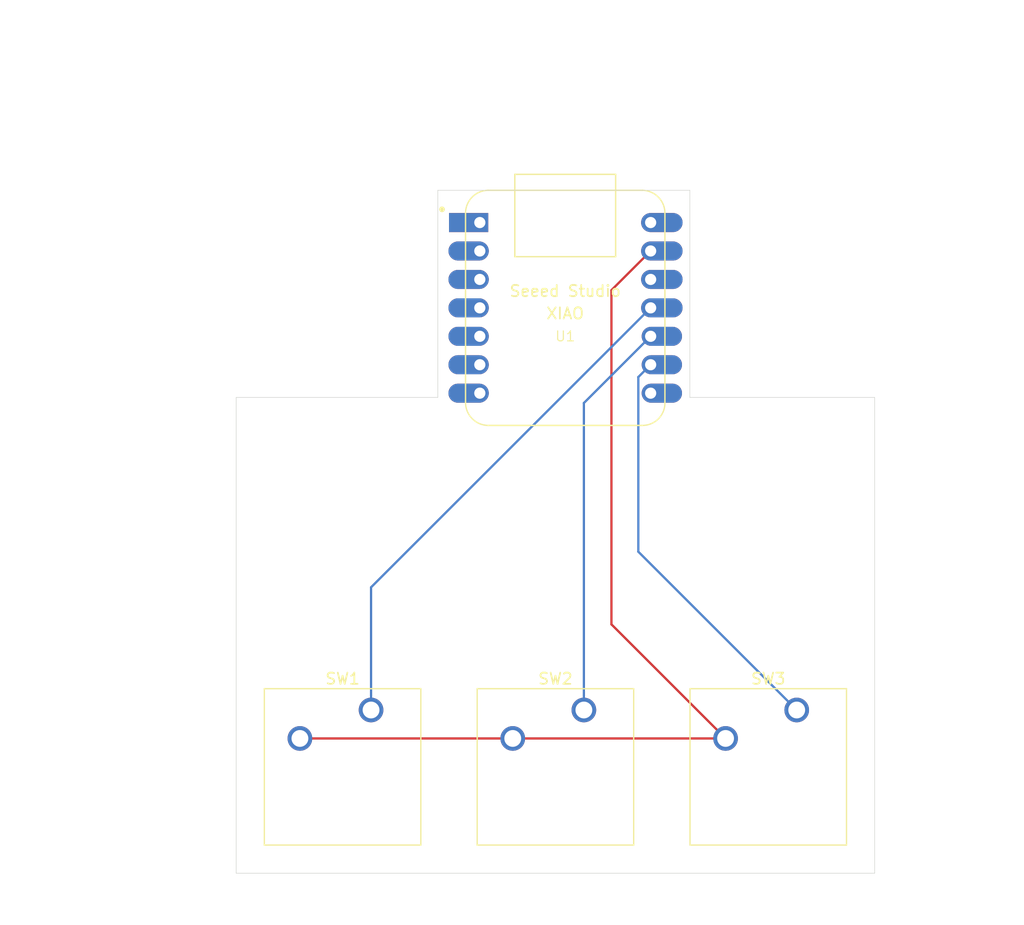
<source format=kicad_pcb>
(kicad_pcb (version 20240108) (generator "pcbnew") (generator_version "8.0")
  (layers (0 "F.Cu" signal) (31 "B.Cu" signal) (34 "B.Paste" user) (35 "F.Paste" user) (36 "B.SilkS" user "B.Silkscreen") (37 "F.SilkS" user "F.Silkscreen") (38 "B.Mask" user) (39 "F.Mask" user) (44 "Edge.Cuts" user))
  (net 0 "")
  (net 1 "Net-(U1-PA6_A10_D10_MOSI)")
  (net 2 "Net-(U1-PA5_A9_D9_MISO)")
  (net 4 "Net-(U1-PA7_A8_D8_SCK)")
  (net 10 "GND")
  (net 12 "+3.3V")
  (footprint "Button_Switch_Keyboard:SW_Cherry_MX_1.00u_PCB" (layer "F.Cu") (at 123.54 99.42)
    (property "Reference" "SW1" (at -2.54 -2.794 0) (layer "F.SilkS"))
    (property "Value" "SW_Push")
    (fp_line (start -9.525 -1.905) (end 4.445 -1.905) (stroke (width 0.12)) (layer "F.SilkS"))
    (fp_line (start -9.525 12.065) (end -9.525 -1.905) (stroke (width 0.12)) (layer "F.SilkS"))
    (fp_line (start 4.445 -1.905) (end 4.445 12.065) (stroke (width 0.12)) (layer "F.SilkS"))
    (fp_line (start 4.445 12.065) (end -9.525 12.065) (stroke (width 0.12)) (layer "F.SilkS"))
    (pad "" np_thru_hole circle (at -7.62 5.08) (size 1.7 1.7) (drill 1.7) (layers "*.Cu" "*.Mask"))
    (pad "" np_thru_hole circle (at -2.54 5.08) (size 4 4) (drill 4) (layers "*.Cu" "*.Mask"))
    (pad "" np_thru_hole circle (at 2.54 5.08) (size 1.7 1.7) (drill 1.7) (layers "*.Cu" "*.Mask"))
    (pad "1" thru_hole circle (at 0 0) (size 2.2 2.2) (drill 1.5) (layers "*.Cu" "*.Mask") (net 1 "Net-(U1-PA6_A10_D10_MOSI)"))
    (pad "2" thru_hole circle (at -6.35 2.54) (size 2.2 2.2) (drill 1.5) (layers "*.Cu" "*.Mask") (net 10 "GND"))
  )
  (footprint "Button_Switch_Keyboard:SW_Cherry_MX_1.00u_PCB" (layer "F.Cu") (at 161.54 99.42)
    (property "Reference" "SW3" (at -2.54 -2.794 0) (layer "F.SilkS"))
    (property "Value" "SW_Push")
    (fp_line (start -9.525 -1.905) (end 4.445 -1.905) (stroke (width 0.12)) (layer "F.SilkS"))
    (fp_line (start -9.525 12.065) (end -9.525 -1.905) (stroke (width 0.12)) (layer "F.SilkS"))
    (fp_line (start 4.445 -1.905) (end 4.445 12.065) (stroke (width 0.12)) (layer "F.SilkS"))
    (fp_line (start 4.445 12.065) (end -9.525 12.065) (stroke (width 0.12)) (layer "F.SilkS"))
    (pad "" np_thru_hole circle (at -7.62 5.08) (size 1.7 1.7) (drill 1.7) (layers "*.Cu" "*.Mask"))
    (pad "" np_thru_hole circle (at -2.54 5.08) (size 4 4) (drill 4) (layers "*.Cu" "*.Mask"))
    (pad "" np_thru_hole circle (at 2.54 5.08) (size 1.7 1.7) (drill 1.7) (layers "*.Cu" "*.Mask"))
    (pad "1" thru_hole circle (at 0 0) (size 2.2 2.2) (drill 1.5) (layers "*.Cu" "*.Mask") (net 4 "Net-(U1-PA7_A8_D8_SCK)"))
    (pad "2" thru_hole circle (at -6.35 2.54) (size 2.2 2.2) (drill 1.5) (layers "*.Cu" "*.Mask") (net 10 "GND"))
  )
  (footprint "XIAO_PCB:XIAO-Generic-Hybrid-14P-2.54-21X17.8MM" (layer "F.Cu") (at 140.875 63.5)
    (property "Reference" "U1" (at 0 2.54 0) (layer "F.SilkS") (effects (font (size 0.889 0.889) (thickness 0.1016))))
    (property "Value" "MOUDLE-SEEEDUINO-XIAO" (hide yes))
    (fp_line (start -8.9 -8.5) (end -8.9 8.5) (stroke (width 0.127)) (layer "F.SilkS"))
    (fp_line (start -6.9 10.5) (end 6.9 10.5) (stroke (width 0.127)) (layer "F.SilkS"))
    (fp_line (start -4.5 -11.92403) (end 4.5 -11.92403) (stroke (width 0.127)) (layer "F.SilkS"))
    (fp_line (start -4.5 -4.57073) (end -4.5 -11.92403) (stroke (width 0.127)) (layer "F.SilkS"))
    (fp_line (start 4.5 -11.92403) (end 4.5 -4.57073) (stroke (width 0.127)) (layer "F.SilkS"))
    (fp_line (start 4.5 -4.57073) (end -4.5 -4.57073) (stroke (width 0.127)) (layer "F.SilkS"))
    (fp_line (start 6.9 -10.49909) (end -6.9 -10.49909) (stroke (width 0.127)) (layer "F.SilkS"))
    (fp_line (start 8.9 8.5) (end 8.9 -8.5) (stroke (width 0.127)) (layer "F.SilkS"))
    (fp_arc (start -8.9 -8.5) (mid -8.301491 -9.901491) (end -6.9 -10.5) (stroke (width 0.12)) (layer "F.SilkS"))
    (fp_arc (start -6.9 10.5) (mid -8.301423 9.901423) (end -8.9 8.5) (stroke (width 0.12)) (layer "F.SilkS"))
    (fp_arc (start 6.9 -10.5) (mid 8.301494 -9.901494) (end 8.9 -8.5) (stroke (width 0.12)) (layer "F.SilkS"))
    (fp_arc (start 8.9 8.5) (mid 8.314214 9.914214) (end 6.9 10.5) (stroke (width 0.12)) (layer "F.SilkS"))
    (fp_circle (center -11 -8.8) (end -11 -9.054) (fill solid) (layer "F.SilkS"))
    (fp_poly (pts (xy -8.887715 -8.561705) (xy -8.884667 -8.610473) (xy -8.880603 -8.659494)) (stroke (width 0.0254)) (fill none) (layer "F.SilkS"))
    (fp_poly (pts (xy 8.889492 8.521574) (xy 8.887713 8.57085) (xy 8.884665 8.619618) (xy 8.880601 8.668639) (xy 8.875268 8.717407) (xy 8.868664 8.766175) (xy 8.861044 8.81469) (xy 8.852153 8.86295) (xy 8.842248 8.910955)) (stroke (width 0.0254)) (fill none) (layer "F.SilkS"))
    (fp_text user "Seeed Studio" (at 0 -1.5 0) (layer "F.SilkS"))
    (fp_text user "XIAO" (at 0 0.5 0) (layer "F.SilkS"))
    (pad "1" thru_hole rect (at -7.625 -7.62) (size 3.5 1.7) (drill 1 (offset -1 0)) (layers "*.Cu" "*.Mask"))
    (pad "2" thru_hole oval (at -7.625 -5.08) (size 3.6 1.7) (drill 1 (offset -1 0)) (layers "*.Cu" "*.Mask"))
    (pad "3" thru_hole oval (at -7.625 -2.54) (size 3.6 1.7) (drill 1 (offset -1 0)) (layers "*.Cu" "*.Mask"))
    (pad "4" thru_hole oval (at -7.625 0) (size 3.6 1.7) (drill 1 (offset -1 0)) (layers "*.Cu" "*.Mask"))
    (pad "5" thru_hole oval (at -7.625 2.54) (size 3.6 1.7) (drill 1 (offset -1 0)) (layers "*.Cu" "*.Mask"))
    (pad "6" thru_hole oval (at -7.625 5.08 180) (size 3.6 1.7) (drill 1 (offset 1 0)) (layers "*.Cu" "*.Mask"))
    (pad "7" thru_hole oval (at -7.625 7.62) (size 3.6 1.7) (drill 1 (offset -1 0)) (layers "*.Cu" "*.Mask"))
    (pad "8" thru_hole oval (at 7.625 7.62) (size 3.6 1.7) (drill 1 (offset 1 0)) (layers "*.Cu" "*.Mask"))
    (pad "9" thru_hole oval (at 7.625 5.08) (size 3.6 1.7) (drill 1 (offset 1 0)) (layers "*.Cu" "*.Mask") (net 4 "Net-(U1-PA7_A8_D8_SCK)"))
    (pad "10" thru_hole oval (at 7.625 2.54) (size 3.6 1.7) (drill 1 (offset 1 0)) (layers "*.Cu" "*.Mask") (net 2 "Net-(U1-PA5_A9_D9_MISO)"))
    (pad "11" thru_hole oval (at 7.625 0) (size 3.7 1.7) (drill 1 (offset 1 0)) (layers "*.Cu" "*.Mask") (net 1 "Net-(U1-PA6_A10_D10_MOSI)"))
    (pad "12" thru_hole oval (at 7.625 -2.54) (size 3.7 1.7) (drill 1 (offset 1 0)) (layers "*.Cu" "*.Mask") (net 12 "+3.3V"))
    (pad "13" thru_hole oval (at 7.625 -5.08) (size 3.7 1.7) (drill 1 (offset 1 0)) (layers "*.Cu" "*.Mask") (net 10 "GND"))
    (pad "14" thru_hole oval (at 7.625 -7.62) (size 3.7 1.7) (drill 1 (offset 1 0)) (layers "*.Cu" "*.Mask"))
  )
  (footprint "Button_Switch_Keyboard:SW_Cherry_MX_1.00u_PCB" (layer "F.Cu") (at 142.54 99.42)
    (property "Reference" "SW2" (at -2.54 -2.794 0) (layer "F.SilkS"))
    (property "Value" "SW_Push")
    (fp_line (start -9.525 -1.905) (end 4.445 -1.905) (stroke (width 0.12)) (layer "F.SilkS"))
    (fp_line (start -9.525 12.065) (end -9.525 -1.905) (stroke (width 0.12)) (layer "F.SilkS"))
    (fp_line (start 4.445 -1.905) (end 4.445 12.065) (stroke (width 0.12)) (layer "F.SilkS"))
    (fp_line (start 4.445 12.065) (end -9.525 12.065) (stroke (width 0.12)) (layer "F.SilkS"))
    (pad "" np_thru_hole circle (at -7.62 5.08) (size 1.7 1.7) (drill 1.7) (layers "*.Cu" "*.Mask"))
    (pad "" np_thru_hole circle (at -2.54 5.08) (size 4 4) (drill 4) (layers "*.Cu" "*.Mask"))
    (pad "" np_thru_hole circle (at 2.54 5.08) (size 1.7 1.7) (drill 1.7) (layers "*.Cu" "*.Mask"))
    (pad "1" thru_hole circle (at 0 0) (size 2.2 2.2) (drill 1.5) (layers "*.Cu" "*.Mask") (net 2 "Net-(U1-PA5_A9_D9_MISO)"))
    (pad "2" thru_hole circle (at -6.35 2.54) (size 2.2 2.2) (drill 1.5) (layers "*.Cu" "*.Mask") (net 10 "GND"))
  )
  (gr_line (start 168.5 114) (end 168.5 71.5) (stroke (width 0.05)) (layer "Edge.Cuts"))
  (gr_line (start 129.5 53) (end 129.5 71.5) (stroke (width 0.05)) (layer "Edge.Cuts"))
  (gr_line (start 111.5 114) (end 111.5 71.5) (stroke (width 0.05)) (layer "Edge.Cuts"))
  (gr_line (start 129.5 71.5) (end 111.5 71.5) (stroke (width 0.05)) (layer "Edge.Cuts"))
  (gr_line (start 152 71.5) (end 152 53) (stroke (width 0.05)) (layer "Edge.Cuts"))
  (gr_line (start 168.5 71.5) (end 152 71.5) (stroke (width 0.05)) (layer "Edge.Cuts"))
  (gr_line (start 152 53) (end 129.5 53) (stroke (width 0.05)) (layer "Edge.Cuts"))
  (gr_line (start 111.5 114) (end 168.5 114) (stroke (width 0.05)) (layer "Edge.Cuts"))
  (segment (start 123.54 88.46) (end 148.5 63.5) (width 0.2) (layer "B.Cu") (net 1))
  (segment (start 123.54 99.42) (end 123.54 88.46) (width 0.2) (layer "B.Cu") (net 1))
  (segment (start 142.54 72) (end 148.5 66.04) (width 0.2) (layer "B.Cu") (net 2))
  (segment (start 142.54 99.42) (end 142.54 72) (width 0.2) (layer "B.Cu") (net 2))
  (segment (start 147.4 69.68) (end 148.5 68.58) (width 0.2) (layer "B.Cu") (net 4))
  (segment (start 147.4 85.28) (end 147.4 69.68) (width 0.2) (layer "B.Cu") (net 4))
  (segment (start 161.54 99.42) (end 147.4 85.28) (width 0.2) (layer "B.Cu") (net 4))
  (segment (start 117.19 101.96) (end 136.19 101.96) (width 0.2) (layer "F.Cu") (net 10))
  (segment (start 145 91.77) (end 145 61.92) (width 0.2) (layer "F.Cu") (net 10))
  (segment (start 155.19 101.96) (end 145 91.77) (width 0.2) (layer "F.Cu") (net 10))
  (segment (start 145 61.92) (end 148.5 58.42) (width 0.2) (layer "F.Cu") (net 10))
  (segment (start 136.19 101.96) (end 155.19 101.96) (width 0.2) (layer "F.Cu") (net 10))
)
</source>
